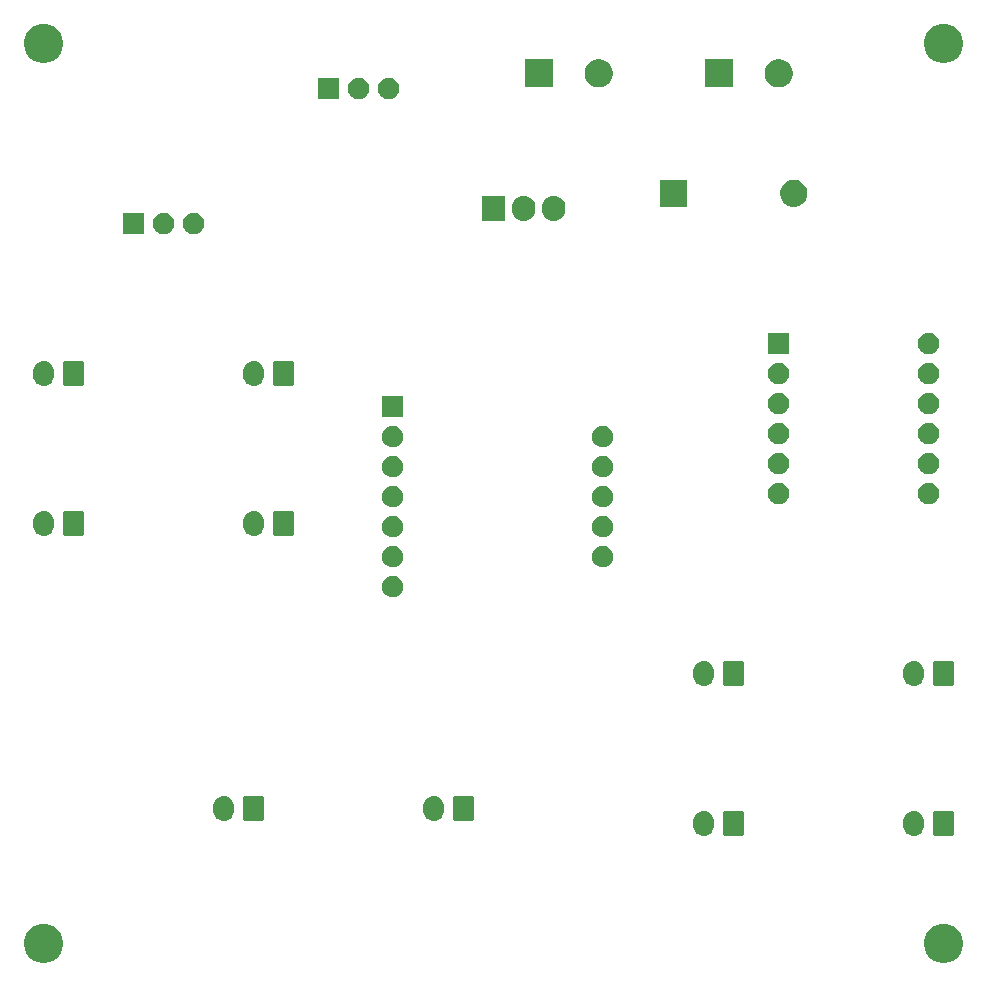
<source format=gbr>
G04 #@! TF.GenerationSoftware,KiCad,Pcbnew,(5.1.5)-3*
G04 #@! TF.CreationDate,2022-03-29T23:14:45-05:00*
G04 #@! TF.ProjectId,ThrottleReverseBrake,5468726f-7474-46c6-9552-657665727365,rev?*
G04 #@! TF.SameCoordinates,Original*
G04 #@! TF.FileFunction,Soldermask,Bot*
G04 #@! TF.FilePolarity,Negative*
%FSLAX46Y46*%
G04 Gerber Fmt 4.6, Leading zero omitted, Abs format (unit mm)*
G04 Created by KiCad (PCBNEW (5.1.5)-3) date 2022-03-29 23:14:45*
%MOMM*%
%LPD*%
G04 APERTURE LIST*
%ADD10C,0.100000*%
G04 APERTURE END LIST*
D10*
G36*
X173095256Y-125391298D02*
G01*
X173201579Y-125412447D01*
X173502042Y-125536903D01*
X173772451Y-125717585D01*
X174002415Y-125947549D01*
X174183097Y-126217958D01*
X174307553Y-126518421D01*
X174371000Y-126837391D01*
X174371000Y-127162609D01*
X174307553Y-127481579D01*
X174183097Y-127782042D01*
X174002415Y-128052451D01*
X173772451Y-128282415D01*
X173502042Y-128463097D01*
X173201579Y-128587553D01*
X173095256Y-128608702D01*
X172882611Y-128651000D01*
X172557389Y-128651000D01*
X172344744Y-128608702D01*
X172238421Y-128587553D01*
X171937958Y-128463097D01*
X171667549Y-128282415D01*
X171437585Y-128052451D01*
X171256903Y-127782042D01*
X171132447Y-127481579D01*
X171069000Y-127162609D01*
X171069000Y-126837391D01*
X171132447Y-126518421D01*
X171256903Y-126217958D01*
X171437585Y-125947549D01*
X171667549Y-125717585D01*
X171937958Y-125536903D01*
X172238421Y-125412447D01*
X172344744Y-125391298D01*
X172557389Y-125349000D01*
X172882611Y-125349000D01*
X173095256Y-125391298D01*
G37*
G36*
X96895256Y-125391298D02*
G01*
X97001579Y-125412447D01*
X97302042Y-125536903D01*
X97572451Y-125717585D01*
X97802415Y-125947549D01*
X97983097Y-126217958D01*
X98107553Y-126518421D01*
X98171000Y-126837391D01*
X98171000Y-127162609D01*
X98107553Y-127481579D01*
X97983097Y-127782042D01*
X97802415Y-128052451D01*
X97572451Y-128282415D01*
X97302042Y-128463097D01*
X97001579Y-128587553D01*
X96895256Y-128608702D01*
X96682611Y-128651000D01*
X96357389Y-128651000D01*
X96144744Y-128608702D01*
X96038421Y-128587553D01*
X95737958Y-128463097D01*
X95467549Y-128282415D01*
X95237585Y-128052451D01*
X95056903Y-127782042D01*
X94932447Y-127481579D01*
X94869000Y-127162609D01*
X94869000Y-126837391D01*
X94932447Y-126518421D01*
X95056903Y-126217958D01*
X95237585Y-125947549D01*
X95467549Y-125717585D01*
X95737958Y-125536903D01*
X96038421Y-125412447D01*
X96144744Y-125391298D01*
X96357389Y-125349000D01*
X96682611Y-125349000D01*
X96895256Y-125391298D01*
G37*
G36*
X170356627Y-115802037D02*
G01*
X170526466Y-115853557D01*
X170682991Y-115937222D01*
X170718729Y-115966552D01*
X170820186Y-116049814D01*
X170903448Y-116151271D01*
X170932778Y-116187009D01*
X171016443Y-116343534D01*
X171067963Y-116513374D01*
X171072205Y-116556442D01*
X171078993Y-116625359D01*
X171081000Y-116645743D01*
X171081000Y-117034258D01*
X171067963Y-117166627D01*
X171016443Y-117336466D01*
X170932778Y-117492991D01*
X170903448Y-117528729D01*
X170820186Y-117630186D01*
X170682989Y-117742779D01*
X170526467Y-117826442D01*
X170526465Y-117826443D01*
X170356626Y-117877963D01*
X170180000Y-117895359D01*
X170003373Y-117877963D01*
X169833534Y-117826443D01*
X169677009Y-117742778D01*
X169634750Y-117708097D01*
X169539814Y-117630186D01*
X169427221Y-117492989D01*
X169343558Y-117336467D01*
X169343557Y-117336465D01*
X169292037Y-117166626D01*
X169279000Y-117034257D01*
X169279000Y-116645742D01*
X169281008Y-116625359D01*
X169292037Y-116513375D01*
X169292037Y-116513373D01*
X169343557Y-116343534D01*
X169427222Y-116187009D01*
X169539815Y-116049815D01*
X169677010Y-115937222D01*
X169833535Y-115853557D01*
X170003374Y-115802037D01*
X170180000Y-115784641D01*
X170356627Y-115802037D01*
G37*
G36*
X152576627Y-115802037D02*
G01*
X152746466Y-115853557D01*
X152902991Y-115937222D01*
X152938729Y-115966552D01*
X153040186Y-116049814D01*
X153123448Y-116151271D01*
X153152778Y-116187009D01*
X153236443Y-116343534D01*
X153287963Y-116513374D01*
X153292205Y-116556442D01*
X153298993Y-116625359D01*
X153301000Y-116645743D01*
X153301000Y-117034258D01*
X153287963Y-117166627D01*
X153236443Y-117336466D01*
X153152778Y-117492991D01*
X153123448Y-117528729D01*
X153040186Y-117630186D01*
X152902989Y-117742779D01*
X152746467Y-117826442D01*
X152746465Y-117826443D01*
X152576626Y-117877963D01*
X152400000Y-117895359D01*
X152223373Y-117877963D01*
X152053534Y-117826443D01*
X151897009Y-117742778D01*
X151854750Y-117708097D01*
X151759814Y-117630186D01*
X151647221Y-117492989D01*
X151563558Y-117336467D01*
X151563557Y-117336465D01*
X151512037Y-117166626D01*
X151499000Y-117034257D01*
X151499000Y-116645742D01*
X151501008Y-116625359D01*
X151512037Y-116513375D01*
X151512037Y-116513373D01*
X151563557Y-116343534D01*
X151647222Y-116187009D01*
X151759815Y-116049815D01*
X151897010Y-115937222D01*
X152053535Y-115853557D01*
X152223374Y-115802037D01*
X152400000Y-115784641D01*
X152576627Y-115802037D01*
G37*
G36*
X155698600Y-115792989D02*
G01*
X155731652Y-115803015D01*
X155762103Y-115819292D01*
X155788799Y-115841201D01*
X155810708Y-115867897D01*
X155826985Y-115898348D01*
X155837011Y-115931400D01*
X155841000Y-115971903D01*
X155841000Y-117708097D01*
X155837011Y-117748600D01*
X155826985Y-117781652D01*
X155810708Y-117812103D01*
X155788799Y-117838799D01*
X155762103Y-117860708D01*
X155731652Y-117876985D01*
X155698600Y-117887011D01*
X155658097Y-117891000D01*
X154221903Y-117891000D01*
X154181400Y-117887011D01*
X154148348Y-117876985D01*
X154117897Y-117860708D01*
X154091201Y-117838799D01*
X154069292Y-117812103D01*
X154053015Y-117781652D01*
X154042989Y-117748600D01*
X154039000Y-117708097D01*
X154039000Y-115971903D01*
X154042989Y-115931400D01*
X154053015Y-115898348D01*
X154069292Y-115867897D01*
X154091201Y-115841201D01*
X154117897Y-115819292D01*
X154148348Y-115803015D01*
X154181400Y-115792989D01*
X154221903Y-115789000D01*
X155658097Y-115789000D01*
X155698600Y-115792989D01*
G37*
G36*
X173478600Y-115792989D02*
G01*
X173511652Y-115803015D01*
X173542103Y-115819292D01*
X173568799Y-115841201D01*
X173590708Y-115867897D01*
X173606985Y-115898348D01*
X173617011Y-115931400D01*
X173621000Y-115971903D01*
X173621000Y-117708097D01*
X173617011Y-117748600D01*
X173606985Y-117781652D01*
X173590708Y-117812103D01*
X173568799Y-117838799D01*
X173542103Y-117860708D01*
X173511652Y-117876985D01*
X173478600Y-117887011D01*
X173438097Y-117891000D01*
X172001903Y-117891000D01*
X171961400Y-117887011D01*
X171928348Y-117876985D01*
X171897897Y-117860708D01*
X171871201Y-117838799D01*
X171849292Y-117812103D01*
X171833015Y-117781652D01*
X171822989Y-117748600D01*
X171819000Y-117708097D01*
X171819000Y-115971903D01*
X171822989Y-115931400D01*
X171833015Y-115898348D01*
X171849292Y-115867897D01*
X171871201Y-115841201D01*
X171897897Y-115819292D01*
X171928348Y-115803015D01*
X171961400Y-115792989D01*
X172001903Y-115789000D01*
X173438097Y-115789000D01*
X173478600Y-115792989D01*
G37*
G36*
X111936627Y-114532037D02*
G01*
X112106466Y-114583557D01*
X112262991Y-114667222D01*
X112298729Y-114696552D01*
X112400186Y-114779814D01*
X112483448Y-114881271D01*
X112512778Y-114917009D01*
X112596443Y-115073534D01*
X112647963Y-115243374D01*
X112647963Y-115243376D01*
X112661000Y-115375741D01*
X112661000Y-115764260D01*
X112658563Y-115789000D01*
X112647963Y-115896627D01*
X112596443Y-116066466D01*
X112512778Y-116222991D01*
X112483448Y-116258729D01*
X112400186Y-116360186D01*
X112262989Y-116472779D01*
X112106467Y-116556442D01*
X112106465Y-116556443D01*
X111936626Y-116607963D01*
X111760000Y-116625359D01*
X111583373Y-116607963D01*
X111413534Y-116556443D01*
X111257009Y-116472778D01*
X111214750Y-116438097D01*
X111119814Y-116360186D01*
X111007221Y-116222989D01*
X110923558Y-116066467D01*
X110919776Y-116054000D01*
X110872037Y-115896626D01*
X110861437Y-115789000D01*
X110859000Y-115764259D01*
X110859000Y-115375740D01*
X110872037Y-115243375D01*
X110872037Y-115243373D01*
X110923557Y-115073534D01*
X111007222Y-114917009D01*
X111119815Y-114779815D01*
X111257010Y-114667222D01*
X111413535Y-114583557D01*
X111583374Y-114532037D01*
X111760000Y-114514641D01*
X111936627Y-114532037D01*
G37*
G36*
X129716627Y-114532037D02*
G01*
X129886466Y-114583557D01*
X130042991Y-114667222D01*
X130078729Y-114696552D01*
X130180186Y-114779814D01*
X130263448Y-114881271D01*
X130292778Y-114917009D01*
X130376443Y-115073534D01*
X130427963Y-115243374D01*
X130427963Y-115243376D01*
X130441000Y-115375741D01*
X130441000Y-115764260D01*
X130438563Y-115789000D01*
X130427963Y-115896627D01*
X130376443Y-116066466D01*
X130292778Y-116222991D01*
X130263448Y-116258729D01*
X130180186Y-116360186D01*
X130042989Y-116472779D01*
X129886467Y-116556442D01*
X129886465Y-116556443D01*
X129716626Y-116607963D01*
X129540000Y-116625359D01*
X129363373Y-116607963D01*
X129193534Y-116556443D01*
X129037009Y-116472778D01*
X128994750Y-116438097D01*
X128899814Y-116360186D01*
X128787221Y-116222989D01*
X128703558Y-116066467D01*
X128699776Y-116054000D01*
X128652037Y-115896626D01*
X128641437Y-115789000D01*
X128639000Y-115764259D01*
X128639000Y-115375740D01*
X128652037Y-115243375D01*
X128652037Y-115243373D01*
X128703557Y-115073534D01*
X128787222Y-114917009D01*
X128899815Y-114779815D01*
X129037010Y-114667222D01*
X129193535Y-114583557D01*
X129363374Y-114532037D01*
X129540000Y-114514641D01*
X129716627Y-114532037D01*
G37*
G36*
X132838600Y-114522989D02*
G01*
X132871652Y-114533015D01*
X132902103Y-114549292D01*
X132928799Y-114571201D01*
X132950708Y-114597897D01*
X132966985Y-114628348D01*
X132977011Y-114661400D01*
X132981000Y-114701903D01*
X132981000Y-116438097D01*
X132977011Y-116478600D01*
X132966985Y-116511652D01*
X132950708Y-116542103D01*
X132928799Y-116568799D01*
X132902103Y-116590708D01*
X132871652Y-116606985D01*
X132838600Y-116617011D01*
X132798097Y-116621000D01*
X131361903Y-116621000D01*
X131321400Y-116617011D01*
X131288348Y-116606985D01*
X131257897Y-116590708D01*
X131231201Y-116568799D01*
X131209292Y-116542103D01*
X131193015Y-116511652D01*
X131182989Y-116478600D01*
X131179000Y-116438097D01*
X131179000Y-114701903D01*
X131182989Y-114661400D01*
X131193015Y-114628348D01*
X131209292Y-114597897D01*
X131231201Y-114571201D01*
X131257897Y-114549292D01*
X131288348Y-114533015D01*
X131321400Y-114522989D01*
X131361903Y-114519000D01*
X132798097Y-114519000D01*
X132838600Y-114522989D01*
G37*
G36*
X115058600Y-114522989D02*
G01*
X115091652Y-114533015D01*
X115122103Y-114549292D01*
X115148799Y-114571201D01*
X115170708Y-114597897D01*
X115186985Y-114628348D01*
X115197011Y-114661400D01*
X115201000Y-114701903D01*
X115201000Y-116438097D01*
X115197011Y-116478600D01*
X115186985Y-116511652D01*
X115170708Y-116542103D01*
X115148799Y-116568799D01*
X115122103Y-116590708D01*
X115091652Y-116606985D01*
X115058600Y-116617011D01*
X115018097Y-116621000D01*
X113581903Y-116621000D01*
X113541400Y-116617011D01*
X113508348Y-116606985D01*
X113477897Y-116590708D01*
X113451201Y-116568799D01*
X113429292Y-116542103D01*
X113413015Y-116511652D01*
X113402989Y-116478600D01*
X113399000Y-116438097D01*
X113399000Y-114701903D01*
X113402989Y-114661400D01*
X113413015Y-114628348D01*
X113429292Y-114597897D01*
X113451201Y-114571201D01*
X113477897Y-114549292D01*
X113508348Y-114533015D01*
X113541400Y-114522989D01*
X113581903Y-114519000D01*
X115018097Y-114519000D01*
X115058600Y-114522989D01*
G37*
G36*
X170356627Y-103102037D02*
G01*
X170526466Y-103153557D01*
X170682991Y-103237222D01*
X170718729Y-103266552D01*
X170820186Y-103349814D01*
X170903448Y-103451271D01*
X170932778Y-103487009D01*
X171016443Y-103643534D01*
X171067963Y-103813374D01*
X171081000Y-103945743D01*
X171081000Y-104334258D01*
X171067963Y-104466627D01*
X171016443Y-104636466D01*
X170932778Y-104792991D01*
X170903448Y-104828729D01*
X170820186Y-104930186D01*
X170682989Y-105042779D01*
X170526467Y-105126442D01*
X170526465Y-105126443D01*
X170356626Y-105177963D01*
X170180000Y-105195359D01*
X170003373Y-105177963D01*
X169833534Y-105126443D01*
X169677009Y-105042778D01*
X169634750Y-105008097D01*
X169539814Y-104930186D01*
X169427221Y-104792989D01*
X169343558Y-104636467D01*
X169343557Y-104636465D01*
X169292037Y-104466626D01*
X169279000Y-104334257D01*
X169279000Y-103945742D01*
X169292037Y-103813373D01*
X169343557Y-103643534D01*
X169427222Y-103487009D01*
X169539815Y-103349815D01*
X169677010Y-103237222D01*
X169833535Y-103153557D01*
X170003374Y-103102037D01*
X170180000Y-103084641D01*
X170356627Y-103102037D01*
G37*
G36*
X152576627Y-103102037D02*
G01*
X152746466Y-103153557D01*
X152902991Y-103237222D01*
X152938729Y-103266552D01*
X153040186Y-103349814D01*
X153123448Y-103451271D01*
X153152778Y-103487009D01*
X153236443Y-103643534D01*
X153287963Y-103813374D01*
X153301000Y-103945743D01*
X153301000Y-104334258D01*
X153287963Y-104466627D01*
X153236443Y-104636466D01*
X153152778Y-104792991D01*
X153123448Y-104828729D01*
X153040186Y-104930186D01*
X152902989Y-105042779D01*
X152746467Y-105126442D01*
X152746465Y-105126443D01*
X152576626Y-105177963D01*
X152400000Y-105195359D01*
X152223373Y-105177963D01*
X152053534Y-105126443D01*
X151897009Y-105042778D01*
X151854750Y-105008097D01*
X151759814Y-104930186D01*
X151647221Y-104792989D01*
X151563558Y-104636467D01*
X151563557Y-104636465D01*
X151512037Y-104466626D01*
X151499000Y-104334257D01*
X151499000Y-103945742D01*
X151512037Y-103813373D01*
X151563557Y-103643534D01*
X151647222Y-103487009D01*
X151759815Y-103349815D01*
X151897010Y-103237222D01*
X152053535Y-103153557D01*
X152223374Y-103102037D01*
X152400000Y-103084641D01*
X152576627Y-103102037D01*
G37*
G36*
X173478600Y-103092989D02*
G01*
X173511652Y-103103015D01*
X173542103Y-103119292D01*
X173568799Y-103141201D01*
X173590708Y-103167897D01*
X173606985Y-103198348D01*
X173617011Y-103231400D01*
X173621000Y-103271903D01*
X173621000Y-105008097D01*
X173617011Y-105048600D01*
X173606985Y-105081652D01*
X173590708Y-105112103D01*
X173568799Y-105138799D01*
X173542103Y-105160708D01*
X173511652Y-105176985D01*
X173478600Y-105187011D01*
X173438097Y-105191000D01*
X172001903Y-105191000D01*
X171961400Y-105187011D01*
X171928348Y-105176985D01*
X171897897Y-105160708D01*
X171871201Y-105138799D01*
X171849292Y-105112103D01*
X171833015Y-105081652D01*
X171822989Y-105048600D01*
X171819000Y-105008097D01*
X171819000Y-103271903D01*
X171822989Y-103231400D01*
X171833015Y-103198348D01*
X171849292Y-103167897D01*
X171871201Y-103141201D01*
X171897897Y-103119292D01*
X171928348Y-103103015D01*
X171961400Y-103092989D01*
X172001903Y-103089000D01*
X173438097Y-103089000D01*
X173478600Y-103092989D01*
G37*
G36*
X155698600Y-103092989D02*
G01*
X155731652Y-103103015D01*
X155762103Y-103119292D01*
X155788799Y-103141201D01*
X155810708Y-103167897D01*
X155826985Y-103198348D01*
X155837011Y-103231400D01*
X155841000Y-103271903D01*
X155841000Y-105008097D01*
X155837011Y-105048600D01*
X155826985Y-105081652D01*
X155810708Y-105112103D01*
X155788799Y-105138799D01*
X155762103Y-105160708D01*
X155731652Y-105176985D01*
X155698600Y-105187011D01*
X155658097Y-105191000D01*
X154221903Y-105191000D01*
X154181400Y-105187011D01*
X154148348Y-105176985D01*
X154117897Y-105160708D01*
X154091201Y-105138799D01*
X154069292Y-105112103D01*
X154053015Y-105081652D01*
X154042989Y-105048600D01*
X154039000Y-105008097D01*
X154039000Y-103271903D01*
X154042989Y-103231400D01*
X154053015Y-103198348D01*
X154069292Y-103167897D01*
X154091201Y-103141201D01*
X154117897Y-103119292D01*
X154148348Y-103103015D01*
X154181400Y-103092989D01*
X154221903Y-103089000D01*
X155658097Y-103089000D01*
X155698600Y-103092989D01*
G37*
G36*
X126191492Y-95890627D02*
G01*
X126340792Y-95920324D01*
X126504764Y-95988244D01*
X126652334Y-96086847D01*
X126777833Y-96212346D01*
X126876436Y-96359916D01*
X126944356Y-96523888D01*
X126978980Y-96697959D01*
X126978980Y-96875441D01*
X126944356Y-97049512D01*
X126876436Y-97213484D01*
X126777833Y-97361054D01*
X126652334Y-97486553D01*
X126504764Y-97585156D01*
X126340792Y-97653076D01*
X126191492Y-97682773D01*
X126166722Y-97687700D01*
X125989238Y-97687700D01*
X125964468Y-97682773D01*
X125815168Y-97653076D01*
X125651196Y-97585156D01*
X125503626Y-97486553D01*
X125378127Y-97361054D01*
X125279524Y-97213484D01*
X125211604Y-97049512D01*
X125176980Y-96875441D01*
X125176980Y-96697959D01*
X125211604Y-96523888D01*
X125279524Y-96359916D01*
X125378127Y-96212346D01*
X125503626Y-96086847D01*
X125651196Y-95988244D01*
X125815168Y-95920324D01*
X125964468Y-95890627D01*
X125989238Y-95885700D01*
X126166722Y-95885700D01*
X126191492Y-95890627D01*
G37*
G36*
X143971492Y-93350627D02*
G01*
X144120792Y-93380324D01*
X144284764Y-93448244D01*
X144432334Y-93546847D01*
X144557833Y-93672346D01*
X144656436Y-93819916D01*
X144724356Y-93983888D01*
X144758980Y-94157959D01*
X144758980Y-94335441D01*
X144724356Y-94509512D01*
X144656436Y-94673484D01*
X144557833Y-94821054D01*
X144432334Y-94946553D01*
X144284764Y-95045156D01*
X144120792Y-95113076D01*
X143971492Y-95142773D01*
X143946722Y-95147700D01*
X143769238Y-95147700D01*
X143744468Y-95142773D01*
X143595168Y-95113076D01*
X143431196Y-95045156D01*
X143283626Y-94946553D01*
X143158127Y-94821054D01*
X143059524Y-94673484D01*
X142991604Y-94509512D01*
X142956980Y-94335441D01*
X142956980Y-94157959D01*
X142991604Y-93983888D01*
X143059524Y-93819916D01*
X143158127Y-93672346D01*
X143283626Y-93546847D01*
X143431196Y-93448244D01*
X143595168Y-93380324D01*
X143744468Y-93350627D01*
X143769238Y-93345700D01*
X143946722Y-93345700D01*
X143971492Y-93350627D01*
G37*
G36*
X126191492Y-93350627D02*
G01*
X126340792Y-93380324D01*
X126504764Y-93448244D01*
X126652334Y-93546847D01*
X126777833Y-93672346D01*
X126876436Y-93819916D01*
X126944356Y-93983888D01*
X126978980Y-94157959D01*
X126978980Y-94335441D01*
X126944356Y-94509512D01*
X126876436Y-94673484D01*
X126777833Y-94821054D01*
X126652334Y-94946553D01*
X126504764Y-95045156D01*
X126340792Y-95113076D01*
X126191492Y-95142773D01*
X126166722Y-95147700D01*
X125989238Y-95147700D01*
X125964468Y-95142773D01*
X125815168Y-95113076D01*
X125651196Y-95045156D01*
X125503626Y-94946553D01*
X125378127Y-94821054D01*
X125279524Y-94673484D01*
X125211604Y-94509512D01*
X125176980Y-94335441D01*
X125176980Y-94157959D01*
X125211604Y-93983888D01*
X125279524Y-93819916D01*
X125378127Y-93672346D01*
X125503626Y-93546847D01*
X125651196Y-93448244D01*
X125815168Y-93380324D01*
X125964468Y-93350627D01*
X125989238Y-93345700D01*
X126166722Y-93345700D01*
X126191492Y-93350627D01*
G37*
G36*
X143971492Y-90810627D02*
G01*
X144120792Y-90840324D01*
X144284764Y-90908244D01*
X144432334Y-91006847D01*
X144557833Y-91132346D01*
X144656436Y-91279916D01*
X144724356Y-91443888D01*
X144758980Y-91617959D01*
X144758980Y-91795441D01*
X144724356Y-91969512D01*
X144656436Y-92133484D01*
X144557833Y-92281054D01*
X144432334Y-92406553D01*
X144284764Y-92505156D01*
X144120792Y-92573076D01*
X143971492Y-92602773D01*
X143946722Y-92607700D01*
X143769238Y-92607700D01*
X143744468Y-92602773D01*
X143595168Y-92573076D01*
X143431196Y-92505156D01*
X143283626Y-92406553D01*
X143158127Y-92281054D01*
X143059524Y-92133484D01*
X142991604Y-91969512D01*
X142956980Y-91795441D01*
X142956980Y-91617959D01*
X142991604Y-91443888D01*
X143059524Y-91279916D01*
X143158127Y-91132346D01*
X143283626Y-91006847D01*
X143431196Y-90908244D01*
X143595168Y-90840324D01*
X143744468Y-90810627D01*
X143769238Y-90805700D01*
X143946722Y-90805700D01*
X143971492Y-90810627D01*
G37*
G36*
X126191492Y-90810627D02*
G01*
X126340792Y-90840324D01*
X126504764Y-90908244D01*
X126652334Y-91006847D01*
X126777833Y-91132346D01*
X126876436Y-91279916D01*
X126944356Y-91443888D01*
X126978980Y-91617959D01*
X126978980Y-91795441D01*
X126944356Y-91969512D01*
X126876436Y-92133484D01*
X126777833Y-92281054D01*
X126652334Y-92406553D01*
X126504764Y-92505156D01*
X126340792Y-92573076D01*
X126191492Y-92602773D01*
X126166722Y-92607700D01*
X125989238Y-92607700D01*
X125964468Y-92602773D01*
X125815168Y-92573076D01*
X125651196Y-92505156D01*
X125503626Y-92406553D01*
X125378127Y-92281054D01*
X125279524Y-92133484D01*
X125211604Y-91969512D01*
X125176980Y-91795441D01*
X125176980Y-91617959D01*
X125211604Y-91443888D01*
X125279524Y-91279916D01*
X125378127Y-91132346D01*
X125503626Y-91006847D01*
X125651196Y-90908244D01*
X125815168Y-90840324D01*
X125964468Y-90810627D01*
X125989238Y-90805700D01*
X126166722Y-90805700D01*
X126191492Y-90810627D01*
G37*
G36*
X96696627Y-90402037D02*
G01*
X96866466Y-90453557D01*
X97022991Y-90537222D01*
X97058729Y-90566552D01*
X97160186Y-90649814D01*
X97243448Y-90751271D01*
X97272778Y-90787009D01*
X97356443Y-90943534D01*
X97407963Y-91113374D01*
X97421000Y-91245743D01*
X97421000Y-91634258D01*
X97407963Y-91766627D01*
X97356443Y-91936466D01*
X97272778Y-92092991D01*
X97243448Y-92128729D01*
X97160186Y-92230186D01*
X97022989Y-92342779D01*
X96866467Y-92426442D01*
X96866465Y-92426443D01*
X96696626Y-92477963D01*
X96520000Y-92495359D01*
X96343373Y-92477963D01*
X96173534Y-92426443D01*
X96017009Y-92342778D01*
X95974750Y-92308097D01*
X95879814Y-92230186D01*
X95767221Y-92092989D01*
X95683558Y-91936467D01*
X95683557Y-91936465D01*
X95632037Y-91766626D01*
X95619000Y-91634257D01*
X95619000Y-91245742D01*
X95632037Y-91113373D01*
X95683557Y-90943534D01*
X95767222Y-90787009D01*
X95879815Y-90649815D01*
X96017010Y-90537222D01*
X96173535Y-90453557D01*
X96343374Y-90402037D01*
X96520000Y-90384641D01*
X96696627Y-90402037D01*
G37*
G36*
X114476627Y-90402037D02*
G01*
X114646466Y-90453557D01*
X114802991Y-90537222D01*
X114838729Y-90566552D01*
X114940186Y-90649814D01*
X115023448Y-90751271D01*
X115052778Y-90787009D01*
X115136443Y-90943534D01*
X115187963Y-91113374D01*
X115201000Y-91245743D01*
X115201000Y-91634258D01*
X115187963Y-91766627D01*
X115136443Y-91936466D01*
X115052778Y-92092991D01*
X115023448Y-92128729D01*
X114940186Y-92230186D01*
X114802989Y-92342779D01*
X114646467Y-92426442D01*
X114646465Y-92426443D01*
X114476626Y-92477963D01*
X114300000Y-92495359D01*
X114123373Y-92477963D01*
X113953534Y-92426443D01*
X113797009Y-92342778D01*
X113754750Y-92308097D01*
X113659814Y-92230186D01*
X113547221Y-92092989D01*
X113463558Y-91936467D01*
X113463557Y-91936465D01*
X113412037Y-91766626D01*
X113399000Y-91634257D01*
X113399000Y-91245742D01*
X113412037Y-91113373D01*
X113463557Y-90943534D01*
X113547222Y-90787009D01*
X113659815Y-90649815D01*
X113797010Y-90537222D01*
X113953535Y-90453557D01*
X114123374Y-90402037D01*
X114300000Y-90384641D01*
X114476627Y-90402037D01*
G37*
G36*
X99818600Y-90392989D02*
G01*
X99851652Y-90403015D01*
X99882103Y-90419292D01*
X99908799Y-90441201D01*
X99930708Y-90467897D01*
X99946985Y-90498348D01*
X99957011Y-90531400D01*
X99961000Y-90571903D01*
X99961000Y-92308097D01*
X99957011Y-92348600D01*
X99946985Y-92381652D01*
X99930708Y-92412103D01*
X99908799Y-92438799D01*
X99882103Y-92460708D01*
X99851652Y-92476985D01*
X99818600Y-92487011D01*
X99778097Y-92491000D01*
X98341903Y-92491000D01*
X98301400Y-92487011D01*
X98268348Y-92476985D01*
X98237897Y-92460708D01*
X98211201Y-92438799D01*
X98189292Y-92412103D01*
X98173015Y-92381652D01*
X98162989Y-92348600D01*
X98159000Y-92308097D01*
X98159000Y-90571903D01*
X98162989Y-90531400D01*
X98173015Y-90498348D01*
X98189292Y-90467897D01*
X98211201Y-90441201D01*
X98237897Y-90419292D01*
X98268348Y-90403015D01*
X98301400Y-90392989D01*
X98341903Y-90389000D01*
X99778097Y-90389000D01*
X99818600Y-90392989D01*
G37*
G36*
X117598600Y-90392989D02*
G01*
X117631652Y-90403015D01*
X117662103Y-90419292D01*
X117688799Y-90441201D01*
X117710708Y-90467897D01*
X117726985Y-90498348D01*
X117737011Y-90531400D01*
X117741000Y-90571903D01*
X117741000Y-92308097D01*
X117737011Y-92348600D01*
X117726985Y-92381652D01*
X117710708Y-92412103D01*
X117688799Y-92438799D01*
X117662103Y-92460708D01*
X117631652Y-92476985D01*
X117598600Y-92487011D01*
X117558097Y-92491000D01*
X116121903Y-92491000D01*
X116081400Y-92487011D01*
X116048348Y-92476985D01*
X116017897Y-92460708D01*
X115991201Y-92438799D01*
X115969292Y-92412103D01*
X115953015Y-92381652D01*
X115942989Y-92348600D01*
X115939000Y-92308097D01*
X115939000Y-90571903D01*
X115942989Y-90531400D01*
X115953015Y-90498348D01*
X115969292Y-90467897D01*
X115991201Y-90441201D01*
X116017897Y-90419292D01*
X116048348Y-90403015D01*
X116081400Y-90392989D01*
X116121903Y-90389000D01*
X117558097Y-90389000D01*
X117598600Y-90392989D01*
G37*
G36*
X126191492Y-88270627D02*
G01*
X126340792Y-88300324D01*
X126504764Y-88368244D01*
X126652334Y-88466847D01*
X126777833Y-88592346D01*
X126876436Y-88739916D01*
X126944356Y-88903888D01*
X126978980Y-89077959D01*
X126978980Y-89255441D01*
X126944356Y-89429512D01*
X126876436Y-89593484D01*
X126777833Y-89741054D01*
X126652334Y-89866553D01*
X126504764Y-89965156D01*
X126340792Y-90033076D01*
X126191492Y-90062773D01*
X126166722Y-90067700D01*
X125989238Y-90067700D01*
X125964468Y-90062773D01*
X125815168Y-90033076D01*
X125651196Y-89965156D01*
X125503626Y-89866553D01*
X125378127Y-89741054D01*
X125279524Y-89593484D01*
X125211604Y-89429512D01*
X125176980Y-89255441D01*
X125176980Y-89077959D01*
X125211604Y-88903888D01*
X125279524Y-88739916D01*
X125378127Y-88592346D01*
X125503626Y-88466847D01*
X125651196Y-88368244D01*
X125815168Y-88300324D01*
X125964468Y-88270627D01*
X125989238Y-88265700D01*
X126166722Y-88265700D01*
X126191492Y-88270627D01*
G37*
G36*
X143971492Y-88270627D02*
G01*
X144120792Y-88300324D01*
X144284764Y-88368244D01*
X144432334Y-88466847D01*
X144557833Y-88592346D01*
X144656436Y-88739916D01*
X144724356Y-88903888D01*
X144758980Y-89077959D01*
X144758980Y-89255441D01*
X144724356Y-89429512D01*
X144656436Y-89593484D01*
X144557833Y-89741054D01*
X144432334Y-89866553D01*
X144284764Y-89965156D01*
X144120792Y-90033076D01*
X143971492Y-90062773D01*
X143946722Y-90067700D01*
X143769238Y-90067700D01*
X143744468Y-90062773D01*
X143595168Y-90033076D01*
X143431196Y-89965156D01*
X143283626Y-89866553D01*
X143158127Y-89741054D01*
X143059524Y-89593484D01*
X142991604Y-89429512D01*
X142956980Y-89255441D01*
X142956980Y-89077959D01*
X142991604Y-88903888D01*
X143059524Y-88739916D01*
X143158127Y-88592346D01*
X143283626Y-88466847D01*
X143431196Y-88368244D01*
X143595168Y-88300324D01*
X143744468Y-88270627D01*
X143769238Y-88265700D01*
X143946722Y-88265700D01*
X143971492Y-88270627D01*
G37*
G36*
X158863512Y-88003927D02*
G01*
X159012812Y-88033624D01*
X159176784Y-88101544D01*
X159324354Y-88200147D01*
X159449853Y-88325646D01*
X159548456Y-88473216D01*
X159616376Y-88637188D01*
X159651000Y-88811259D01*
X159651000Y-88988741D01*
X159616376Y-89162812D01*
X159548456Y-89326784D01*
X159449853Y-89474354D01*
X159324354Y-89599853D01*
X159176784Y-89698456D01*
X159012812Y-89766376D01*
X158863512Y-89796073D01*
X158838742Y-89801000D01*
X158661258Y-89801000D01*
X158636488Y-89796073D01*
X158487188Y-89766376D01*
X158323216Y-89698456D01*
X158175646Y-89599853D01*
X158050147Y-89474354D01*
X157951544Y-89326784D01*
X157883624Y-89162812D01*
X157849000Y-88988741D01*
X157849000Y-88811259D01*
X157883624Y-88637188D01*
X157951544Y-88473216D01*
X158050147Y-88325646D01*
X158175646Y-88200147D01*
X158323216Y-88101544D01*
X158487188Y-88033624D01*
X158636488Y-88003927D01*
X158661258Y-87999000D01*
X158838742Y-87999000D01*
X158863512Y-88003927D01*
G37*
G36*
X171563512Y-88003927D02*
G01*
X171712812Y-88033624D01*
X171876784Y-88101544D01*
X172024354Y-88200147D01*
X172149853Y-88325646D01*
X172248456Y-88473216D01*
X172316376Y-88637188D01*
X172351000Y-88811259D01*
X172351000Y-88988741D01*
X172316376Y-89162812D01*
X172248456Y-89326784D01*
X172149853Y-89474354D01*
X172024354Y-89599853D01*
X171876784Y-89698456D01*
X171712812Y-89766376D01*
X171563512Y-89796073D01*
X171538742Y-89801000D01*
X171361258Y-89801000D01*
X171336488Y-89796073D01*
X171187188Y-89766376D01*
X171023216Y-89698456D01*
X170875646Y-89599853D01*
X170750147Y-89474354D01*
X170651544Y-89326784D01*
X170583624Y-89162812D01*
X170549000Y-88988741D01*
X170549000Y-88811259D01*
X170583624Y-88637188D01*
X170651544Y-88473216D01*
X170750147Y-88325646D01*
X170875646Y-88200147D01*
X171023216Y-88101544D01*
X171187188Y-88033624D01*
X171336488Y-88003927D01*
X171361258Y-87999000D01*
X171538742Y-87999000D01*
X171563512Y-88003927D01*
G37*
G36*
X126191492Y-85730627D02*
G01*
X126340792Y-85760324D01*
X126504764Y-85828244D01*
X126652334Y-85926847D01*
X126777833Y-86052346D01*
X126876436Y-86199916D01*
X126944356Y-86363888D01*
X126978980Y-86537959D01*
X126978980Y-86715441D01*
X126944356Y-86889512D01*
X126876436Y-87053484D01*
X126777833Y-87201054D01*
X126652334Y-87326553D01*
X126504764Y-87425156D01*
X126340792Y-87493076D01*
X126191492Y-87522773D01*
X126166722Y-87527700D01*
X125989238Y-87527700D01*
X125964468Y-87522773D01*
X125815168Y-87493076D01*
X125651196Y-87425156D01*
X125503626Y-87326553D01*
X125378127Y-87201054D01*
X125279524Y-87053484D01*
X125211604Y-86889512D01*
X125176980Y-86715441D01*
X125176980Y-86537959D01*
X125211604Y-86363888D01*
X125279524Y-86199916D01*
X125378127Y-86052346D01*
X125503626Y-85926847D01*
X125651196Y-85828244D01*
X125815168Y-85760324D01*
X125964468Y-85730627D01*
X125989238Y-85725700D01*
X126166722Y-85725700D01*
X126191492Y-85730627D01*
G37*
G36*
X143971492Y-85730627D02*
G01*
X144120792Y-85760324D01*
X144284764Y-85828244D01*
X144432334Y-85926847D01*
X144557833Y-86052346D01*
X144656436Y-86199916D01*
X144724356Y-86363888D01*
X144758980Y-86537959D01*
X144758980Y-86715441D01*
X144724356Y-86889512D01*
X144656436Y-87053484D01*
X144557833Y-87201054D01*
X144432334Y-87326553D01*
X144284764Y-87425156D01*
X144120792Y-87493076D01*
X143971492Y-87522773D01*
X143946722Y-87527700D01*
X143769238Y-87527700D01*
X143744468Y-87522773D01*
X143595168Y-87493076D01*
X143431196Y-87425156D01*
X143283626Y-87326553D01*
X143158127Y-87201054D01*
X143059524Y-87053484D01*
X142991604Y-86889512D01*
X142956980Y-86715441D01*
X142956980Y-86537959D01*
X142991604Y-86363888D01*
X143059524Y-86199916D01*
X143158127Y-86052346D01*
X143283626Y-85926847D01*
X143431196Y-85828244D01*
X143595168Y-85760324D01*
X143744468Y-85730627D01*
X143769238Y-85725700D01*
X143946722Y-85725700D01*
X143971492Y-85730627D01*
G37*
G36*
X171563512Y-85463927D02*
G01*
X171712812Y-85493624D01*
X171876784Y-85561544D01*
X172024354Y-85660147D01*
X172149853Y-85785646D01*
X172248456Y-85933216D01*
X172316376Y-86097188D01*
X172351000Y-86271259D01*
X172351000Y-86448741D01*
X172316376Y-86622812D01*
X172248456Y-86786784D01*
X172149853Y-86934354D01*
X172024354Y-87059853D01*
X171876784Y-87158456D01*
X171712812Y-87226376D01*
X171563512Y-87256073D01*
X171538742Y-87261000D01*
X171361258Y-87261000D01*
X171336488Y-87256073D01*
X171187188Y-87226376D01*
X171023216Y-87158456D01*
X170875646Y-87059853D01*
X170750147Y-86934354D01*
X170651544Y-86786784D01*
X170583624Y-86622812D01*
X170549000Y-86448741D01*
X170549000Y-86271259D01*
X170583624Y-86097188D01*
X170651544Y-85933216D01*
X170750147Y-85785646D01*
X170875646Y-85660147D01*
X171023216Y-85561544D01*
X171187188Y-85493624D01*
X171336488Y-85463927D01*
X171361258Y-85459000D01*
X171538742Y-85459000D01*
X171563512Y-85463927D01*
G37*
G36*
X158863512Y-85463927D02*
G01*
X159012812Y-85493624D01*
X159176784Y-85561544D01*
X159324354Y-85660147D01*
X159449853Y-85785646D01*
X159548456Y-85933216D01*
X159616376Y-86097188D01*
X159651000Y-86271259D01*
X159651000Y-86448741D01*
X159616376Y-86622812D01*
X159548456Y-86786784D01*
X159449853Y-86934354D01*
X159324354Y-87059853D01*
X159176784Y-87158456D01*
X159012812Y-87226376D01*
X158863512Y-87256073D01*
X158838742Y-87261000D01*
X158661258Y-87261000D01*
X158636488Y-87256073D01*
X158487188Y-87226376D01*
X158323216Y-87158456D01*
X158175646Y-87059853D01*
X158050147Y-86934354D01*
X157951544Y-86786784D01*
X157883624Y-86622812D01*
X157849000Y-86448741D01*
X157849000Y-86271259D01*
X157883624Y-86097188D01*
X157951544Y-85933216D01*
X158050147Y-85785646D01*
X158175646Y-85660147D01*
X158323216Y-85561544D01*
X158487188Y-85493624D01*
X158636488Y-85463927D01*
X158661258Y-85459000D01*
X158838742Y-85459000D01*
X158863512Y-85463927D01*
G37*
G36*
X126191492Y-83190627D02*
G01*
X126340792Y-83220324D01*
X126504764Y-83288244D01*
X126652334Y-83386847D01*
X126777833Y-83512346D01*
X126876436Y-83659916D01*
X126944356Y-83823888D01*
X126978980Y-83997959D01*
X126978980Y-84175441D01*
X126944356Y-84349512D01*
X126876436Y-84513484D01*
X126777833Y-84661054D01*
X126652334Y-84786553D01*
X126504764Y-84885156D01*
X126340792Y-84953076D01*
X126191492Y-84982773D01*
X126166722Y-84987700D01*
X125989238Y-84987700D01*
X125964468Y-84982773D01*
X125815168Y-84953076D01*
X125651196Y-84885156D01*
X125503626Y-84786553D01*
X125378127Y-84661054D01*
X125279524Y-84513484D01*
X125211604Y-84349512D01*
X125176980Y-84175441D01*
X125176980Y-83997959D01*
X125211604Y-83823888D01*
X125279524Y-83659916D01*
X125378127Y-83512346D01*
X125503626Y-83386847D01*
X125651196Y-83288244D01*
X125815168Y-83220324D01*
X125964468Y-83190627D01*
X125989238Y-83185700D01*
X126166722Y-83185700D01*
X126191492Y-83190627D01*
G37*
G36*
X143971492Y-83190627D02*
G01*
X144120792Y-83220324D01*
X144284764Y-83288244D01*
X144432334Y-83386847D01*
X144557833Y-83512346D01*
X144656436Y-83659916D01*
X144724356Y-83823888D01*
X144758980Y-83997959D01*
X144758980Y-84175441D01*
X144724356Y-84349512D01*
X144656436Y-84513484D01*
X144557833Y-84661054D01*
X144432334Y-84786553D01*
X144284764Y-84885156D01*
X144120792Y-84953076D01*
X143971492Y-84982773D01*
X143946722Y-84987700D01*
X143769238Y-84987700D01*
X143744468Y-84982773D01*
X143595168Y-84953076D01*
X143431196Y-84885156D01*
X143283626Y-84786553D01*
X143158127Y-84661054D01*
X143059524Y-84513484D01*
X142991604Y-84349512D01*
X142956980Y-84175441D01*
X142956980Y-83997959D01*
X142991604Y-83823888D01*
X143059524Y-83659916D01*
X143158127Y-83512346D01*
X143283626Y-83386847D01*
X143431196Y-83288244D01*
X143595168Y-83220324D01*
X143744468Y-83190627D01*
X143769238Y-83185700D01*
X143946722Y-83185700D01*
X143971492Y-83190627D01*
G37*
G36*
X158863512Y-82923927D02*
G01*
X159012812Y-82953624D01*
X159176784Y-83021544D01*
X159324354Y-83120147D01*
X159449853Y-83245646D01*
X159548456Y-83393216D01*
X159616376Y-83557188D01*
X159651000Y-83731259D01*
X159651000Y-83908741D01*
X159616376Y-84082812D01*
X159548456Y-84246784D01*
X159449853Y-84394354D01*
X159324354Y-84519853D01*
X159176784Y-84618456D01*
X159012812Y-84686376D01*
X158863512Y-84716073D01*
X158838742Y-84721000D01*
X158661258Y-84721000D01*
X158636488Y-84716073D01*
X158487188Y-84686376D01*
X158323216Y-84618456D01*
X158175646Y-84519853D01*
X158050147Y-84394354D01*
X157951544Y-84246784D01*
X157883624Y-84082812D01*
X157849000Y-83908741D01*
X157849000Y-83731259D01*
X157883624Y-83557188D01*
X157951544Y-83393216D01*
X158050147Y-83245646D01*
X158175646Y-83120147D01*
X158323216Y-83021544D01*
X158487188Y-82953624D01*
X158636488Y-82923927D01*
X158661258Y-82919000D01*
X158838742Y-82919000D01*
X158863512Y-82923927D01*
G37*
G36*
X171563512Y-82923927D02*
G01*
X171712812Y-82953624D01*
X171876784Y-83021544D01*
X172024354Y-83120147D01*
X172149853Y-83245646D01*
X172248456Y-83393216D01*
X172316376Y-83557188D01*
X172351000Y-83731259D01*
X172351000Y-83908741D01*
X172316376Y-84082812D01*
X172248456Y-84246784D01*
X172149853Y-84394354D01*
X172024354Y-84519853D01*
X171876784Y-84618456D01*
X171712812Y-84686376D01*
X171563512Y-84716073D01*
X171538742Y-84721000D01*
X171361258Y-84721000D01*
X171336488Y-84716073D01*
X171187188Y-84686376D01*
X171023216Y-84618456D01*
X170875646Y-84519853D01*
X170750147Y-84394354D01*
X170651544Y-84246784D01*
X170583624Y-84082812D01*
X170549000Y-83908741D01*
X170549000Y-83731259D01*
X170583624Y-83557188D01*
X170651544Y-83393216D01*
X170750147Y-83245646D01*
X170875646Y-83120147D01*
X171023216Y-83021544D01*
X171187188Y-82953624D01*
X171336488Y-82923927D01*
X171361258Y-82919000D01*
X171538742Y-82919000D01*
X171563512Y-82923927D01*
G37*
G36*
X126978980Y-82447700D02*
G01*
X125176980Y-82447700D01*
X125176980Y-80645700D01*
X126978980Y-80645700D01*
X126978980Y-82447700D01*
G37*
G36*
X158863512Y-80383927D02*
G01*
X159012812Y-80413624D01*
X159176784Y-80481544D01*
X159324354Y-80580147D01*
X159449853Y-80705646D01*
X159548456Y-80853216D01*
X159616376Y-81017188D01*
X159651000Y-81191259D01*
X159651000Y-81368741D01*
X159616376Y-81542812D01*
X159548456Y-81706784D01*
X159449853Y-81854354D01*
X159324354Y-81979853D01*
X159176784Y-82078456D01*
X159012812Y-82146376D01*
X158863512Y-82176073D01*
X158838742Y-82181000D01*
X158661258Y-82181000D01*
X158636488Y-82176073D01*
X158487188Y-82146376D01*
X158323216Y-82078456D01*
X158175646Y-81979853D01*
X158050147Y-81854354D01*
X157951544Y-81706784D01*
X157883624Y-81542812D01*
X157849000Y-81368741D01*
X157849000Y-81191259D01*
X157883624Y-81017188D01*
X157951544Y-80853216D01*
X158050147Y-80705646D01*
X158175646Y-80580147D01*
X158323216Y-80481544D01*
X158487188Y-80413624D01*
X158636488Y-80383927D01*
X158661258Y-80379000D01*
X158838742Y-80379000D01*
X158863512Y-80383927D01*
G37*
G36*
X171563512Y-80383927D02*
G01*
X171712812Y-80413624D01*
X171876784Y-80481544D01*
X172024354Y-80580147D01*
X172149853Y-80705646D01*
X172248456Y-80853216D01*
X172316376Y-81017188D01*
X172351000Y-81191259D01*
X172351000Y-81368741D01*
X172316376Y-81542812D01*
X172248456Y-81706784D01*
X172149853Y-81854354D01*
X172024354Y-81979853D01*
X171876784Y-82078456D01*
X171712812Y-82146376D01*
X171563512Y-82176073D01*
X171538742Y-82181000D01*
X171361258Y-82181000D01*
X171336488Y-82176073D01*
X171187188Y-82146376D01*
X171023216Y-82078456D01*
X170875646Y-81979853D01*
X170750147Y-81854354D01*
X170651544Y-81706784D01*
X170583624Y-81542812D01*
X170549000Y-81368741D01*
X170549000Y-81191259D01*
X170583624Y-81017188D01*
X170651544Y-80853216D01*
X170750147Y-80705646D01*
X170875646Y-80580147D01*
X171023216Y-80481544D01*
X171187188Y-80413624D01*
X171336488Y-80383927D01*
X171361258Y-80379000D01*
X171538742Y-80379000D01*
X171563512Y-80383927D01*
G37*
G36*
X114476627Y-77702037D02*
G01*
X114646466Y-77753557D01*
X114802991Y-77837222D01*
X114838729Y-77866552D01*
X114940186Y-77949814D01*
X115014319Y-78040147D01*
X115052778Y-78087009D01*
X115136443Y-78243534D01*
X115187963Y-78413374D01*
X115201000Y-78545743D01*
X115201000Y-78934258D01*
X115187963Y-79066627D01*
X115136443Y-79236466D01*
X115052778Y-79392991D01*
X115023448Y-79428729D01*
X114940186Y-79530186D01*
X114802989Y-79642779D01*
X114646467Y-79726442D01*
X114646465Y-79726443D01*
X114476626Y-79777963D01*
X114300000Y-79795359D01*
X114123373Y-79777963D01*
X113953534Y-79726443D01*
X113797009Y-79642778D01*
X113752652Y-79606375D01*
X113659814Y-79530186D01*
X113547221Y-79392989D01*
X113463558Y-79236467D01*
X113442419Y-79166782D01*
X113412037Y-79066626D01*
X113399000Y-78934257D01*
X113399000Y-78545742D01*
X113412037Y-78413373D01*
X113463557Y-78243534D01*
X113547222Y-78087009D01*
X113659815Y-77949815D01*
X113797010Y-77837222D01*
X113953535Y-77753557D01*
X114123374Y-77702037D01*
X114300000Y-77684641D01*
X114476627Y-77702037D01*
G37*
G36*
X96696627Y-77702037D02*
G01*
X96866466Y-77753557D01*
X97022991Y-77837222D01*
X97058729Y-77866552D01*
X97160186Y-77949814D01*
X97234319Y-78040147D01*
X97272778Y-78087009D01*
X97356443Y-78243534D01*
X97407963Y-78413374D01*
X97421000Y-78545743D01*
X97421000Y-78934258D01*
X97407963Y-79066627D01*
X97356443Y-79236466D01*
X97272778Y-79392991D01*
X97243448Y-79428729D01*
X97160186Y-79530186D01*
X97022989Y-79642779D01*
X96866467Y-79726442D01*
X96866465Y-79726443D01*
X96696626Y-79777963D01*
X96520000Y-79795359D01*
X96343373Y-79777963D01*
X96173534Y-79726443D01*
X96017009Y-79642778D01*
X95972652Y-79606375D01*
X95879814Y-79530186D01*
X95767221Y-79392989D01*
X95683558Y-79236467D01*
X95662419Y-79166782D01*
X95632037Y-79066626D01*
X95619000Y-78934257D01*
X95619000Y-78545742D01*
X95632037Y-78413373D01*
X95683557Y-78243534D01*
X95767222Y-78087009D01*
X95879815Y-77949815D01*
X96017010Y-77837222D01*
X96173535Y-77753557D01*
X96343374Y-77702037D01*
X96520000Y-77684641D01*
X96696627Y-77702037D01*
G37*
G36*
X99818600Y-77692989D02*
G01*
X99851652Y-77703015D01*
X99882103Y-77719292D01*
X99908799Y-77741201D01*
X99930708Y-77767897D01*
X99946985Y-77798348D01*
X99957011Y-77831400D01*
X99961000Y-77871903D01*
X99961000Y-79608097D01*
X99957011Y-79648600D01*
X99946985Y-79681652D01*
X99930708Y-79712103D01*
X99908799Y-79738799D01*
X99882103Y-79760708D01*
X99851652Y-79776985D01*
X99818600Y-79787011D01*
X99778097Y-79791000D01*
X98341903Y-79791000D01*
X98301400Y-79787011D01*
X98268348Y-79776985D01*
X98237897Y-79760708D01*
X98211201Y-79738799D01*
X98189292Y-79712103D01*
X98173015Y-79681652D01*
X98162989Y-79648600D01*
X98159000Y-79608097D01*
X98159000Y-77871903D01*
X98162989Y-77831400D01*
X98173015Y-77798348D01*
X98189292Y-77767897D01*
X98211201Y-77741201D01*
X98237897Y-77719292D01*
X98268348Y-77703015D01*
X98301400Y-77692989D01*
X98341903Y-77689000D01*
X99778097Y-77689000D01*
X99818600Y-77692989D01*
G37*
G36*
X117598600Y-77692989D02*
G01*
X117631652Y-77703015D01*
X117662103Y-77719292D01*
X117688799Y-77741201D01*
X117710708Y-77767897D01*
X117726985Y-77798348D01*
X117737011Y-77831400D01*
X117741000Y-77871903D01*
X117741000Y-79608097D01*
X117737011Y-79648600D01*
X117726985Y-79681652D01*
X117710708Y-79712103D01*
X117688799Y-79738799D01*
X117662103Y-79760708D01*
X117631652Y-79776985D01*
X117598600Y-79787011D01*
X117558097Y-79791000D01*
X116121903Y-79791000D01*
X116081400Y-79787011D01*
X116048348Y-79776985D01*
X116017897Y-79760708D01*
X115991201Y-79738799D01*
X115969292Y-79712103D01*
X115953015Y-79681652D01*
X115942989Y-79648600D01*
X115939000Y-79608097D01*
X115939000Y-77871903D01*
X115942989Y-77831400D01*
X115953015Y-77798348D01*
X115969292Y-77767897D01*
X115991201Y-77741201D01*
X116017897Y-77719292D01*
X116048348Y-77703015D01*
X116081400Y-77692989D01*
X116121903Y-77689000D01*
X117558097Y-77689000D01*
X117598600Y-77692989D01*
G37*
G36*
X171563512Y-77843927D02*
G01*
X171712812Y-77873624D01*
X171876784Y-77941544D01*
X172024354Y-78040147D01*
X172149853Y-78165646D01*
X172248456Y-78313216D01*
X172316376Y-78477188D01*
X172351000Y-78651259D01*
X172351000Y-78828741D01*
X172316376Y-79002812D01*
X172248456Y-79166784D01*
X172149853Y-79314354D01*
X172024354Y-79439853D01*
X171876784Y-79538456D01*
X171712812Y-79606376D01*
X171563512Y-79636073D01*
X171538742Y-79641000D01*
X171361258Y-79641000D01*
X171336488Y-79636073D01*
X171187188Y-79606376D01*
X171023216Y-79538456D01*
X170875646Y-79439853D01*
X170750147Y-79314354D01*
X170651544Y-79166784D01*
X170583624Y-79002812D01*
X170549000Y-78828741D01*
X170549000Y-78651259D01*
X170583624Y-78477188D01*
X170651544Y-78313216D01*
X170750147Y-78165646D01*
X170875646Y-78040147D01*
X171023216Y-77941544D01*
X171187188Y-77873624D01*
X171336488Y-77843927D01*
X171361258Y-77839000D01*
X171538742Y-77839000D01*
X171563512Y-77843927D01*
G37*
G36*
X158863512Y-77843927D02*
G01*
X159012812Y-77873624D01*
X159176784Y-77941544D01*
X159324354Y-78040147D01*
X159449853Y-78165646D01*
X159548456Y-78313216D01*
X159616376Y-78477188D01*
X159651000Y-78651259D01*
X159651000Y-78828741D01*
X159616376Y-79002812D01*
X159548456Y-79166784D01*
X159449853Y-79314354D01*
X159324354Y-79439853D01*
X159176784Y-79538456D01*
X159012812Y-79606376D01*
X158863512Y-79636073D01*
X158838742Y-79641000D01*
X158661258Y-79641000D01*
X158636488Y-79636073D01*
X158487188Y-79606376D01*
X158323216Y-79538456D01*
X158175646Y-79439853D01*
X158050147Y-79314354D01*
X157951544Y-79166784D01*
X157883624Y-79002812D01*
X157849000Y-78828741D01*
X157849000Y-78651259D01*
X157883624Y-78477188D01*
X157951544Y-78313216D01*
X158050147Y-78165646D01*
X158175646Y-78040147D01*
X158323216Y-77941544D01*
X158487188Y-77873624D01*
X158636488Y-77843927D01*
X158661258Y-77839000D01*
X158838742Y-77839000D01*
X158863512Y-77843927D01*
G37*
G36*
X159651000Y-77101000D02*
G01*
X157849000Y-77101000D01*
X157849000Y-75299000D01*
X159651000Y-75299000D01*
X159651000Y-77101000D01*
G37*
G36*
X171563512Y-75303927D02*
G01*
X171712812Y-75333624D01*
X171876784Y-75401544D01*
X172024354Y-75500147D01*
X172149853Y-75625646D01*
X172248456Y-75773216D01*
X172316376Y-75937188D01*
X172351000Y-76111259D01*
X172351000Y-76288741D01*
X172316376Y-76462812D01*
X172248456Y-76626784D01*
X172149853Y-76774354D01*
X172024354Y-76899853D01*
X171876784Y-76998456D01*
X171712812Y-77066376D01*
X171563512Y-77096073D01*
X171538742Y-77101000D01*
X171361258Y-77101000D01*
X171336488Y-77096073D01*
X171187188Y-77066376D01*
X171023216Y-76998456D01*
X170875646Y-76899853D01*
X170750147Y-76774354D01*
X170651544Y-76626784D01*
X170583624Y-76462812D01*
X170549000Y-76288741D01*
X170549000Y-76111259D01*
X170583624Y-75937188D01*
X170651544Y-75773216D01*
X170750147Y-75625646D01*
X170875646Y-75500147D01*
X171023216Y-75401544D01*
X171187188Y-75333624D01*
X171336488Y-75303927D01*
X171361258Y-75299000D01*
X171538742Y-75299000D01*
X171563512Y-75303927D01*
G37*
G36*
X105041000Y-66941000D02*
G01*
X103239000Y-66941000D01*
X103239000Y-65139000D01*
X105041000Y-65139000D01*
X105041000Y-66941000D01*
G37*
G36*
X106793512Y-65143927D02*
G01*
X106942812Y-65173624D01*
X107106784Y-65241544D01*
X107254354Y-65340147D01*
X107379853Y-65465646D01*
X107478456Y-65613216D01*
X107546376Y-65777188D01*
X107581000Y-65951259D01*
X107581000Y-66128741D01*
X107546376Y-66302812D01*
X107478456Y-66466784D01*
X107379853Y-66614354D01*
X107254354Y-66739853D01*
X107106784Y-66838456D01*
X106942812Y-66906376D01*
X106793512Y-66936073D01*
X106768742Y-66941000D01*
X106591258Y-66941000D01*
X106566488Y-66936073D01*
X106417188Y-66906376D01*
X106253216Y-66838456D01*
X106105646Y-66739853D01*
X105980147Y-66614354D01*
X105881544Y-66466784D01*
X105813624Y-66302812D01*
X105779000Y-66128741D01*
X105779000Y-65951259D01*
X105813624Y-65777188D01*
X105881544Y-65613216D01*
X105980147Y-65465646D01*
X106105646Y-65340147D01*
X106253216Y-65241544D01*
X106417188Y-65173624D01*
X106566488Y-65143927D01*
X106591258Y-65139000D01*
X106768742Y-65139000D01*
X106793512Y-65143927D01*
G37*
G36*
X109333512Y-65143927D02*
G01*
X109482812Y-65173624D01*
X109646784Y-65241544D01*
X109794354Y-65340147D01*
X109919853Y-65465646D01*
X110018456Y-65613216D01*
X110086376Y-65777188D01*
X110121000Y-65951259D01*
X110121000Y-66128741D01*
X110086376Y-66302812D01*
X110018456Y-66466784D01*
X109919853Y-66614354D01*
X109794354Y-66739853D01*
X109646784Y-66838456D01*
X109482812Y-66906376D01*
X109333512Y-66936073D01*
X109308742Y-66941000D01*
X109131258Y-66941000D01*
X109106488Y-66936073D01*
X108957188Y-66906376D01*
X108793216Y-66838456D01*
X108645646Y-66739853D01*
X108520147Y-66614354D01*
X108421544Y-66466784D01*
X108353624Y-66302812D01*
X108319000Y-66128741D01*
X108319000Y-65951259D01*
X108353624Y-65777188D01*
X108421544Y-65613216D01*
X108520147Y-65465646D01*
X108645646Y-65340147D01*
X108793216Y-65241544D01*
X108957188Y-65173624D01*
X109106488Y-65143927D01*
X109131258Y-65139000D01*
X109308742Y-65139000D01*
X109333512Y-65143927D01*
G37*
G36*
X139896719Y-63733520D02*
G01*
X140085880Y-63790901D01*
X140085883Y-63790902D01*
X140169755Y-63835733D01*
X140260212Y-63884083D01*
X140413015Y-64009485D01*
X140538417Y-64162288D01*
X140631599Y-64336619D01*
X140688980Y-64525780D01*
X140703500Y-64673206D01*
X140703500Y-64866793D01*
X140688980Y-65014219D01*
X140651128Y-65139000D01*
X140631598Y-65203383D01*
X140611200Y-65241544D01*
X140538417Y-65377712D01*
X140413015Y-65530515D01*
X140260212Y-65655917D01*
X140085881Y-65749099D01*
X139896720Y-65806480D01*
X139700000Y-65825855D01*
X139503281Y-65806480D01*
X139314120Y-65749099D01*
X139139788Y-65655917D01*
X138986985Y-65530515D01*
X138861583Y-65377712D01*
X138768401Y-65203381D01*
X138711020Y-65014220D01*
X138696500Y-64866794D01*
X138696500Y-64673207D01*
X138711020Y-64525781D01*
X138768401Y-64336620D01*
X138768402Y-64336617D01*
X138823402Y-64233720D01*
X138861583Y-64162288D01*
X138986985Y-64009485D01*
X139139788Y-63884083D01*
X139314119Y-63790901D01*
X139503280Y-63733520D01*
X139700000Y-63714145D01*
X139896719Y-63733520D01*
G37*
G36*
X137356719Y-63733520D02*
G01*
X137545880Y-63790901D01*
X137545883Y-63790902D01*
X137629755Y-63835733D01*
X137720212Y-63884083D01*
X137873015Y-64009485D01*
X137998417Y-64162288D01*
X138091599Y-64336619D01*
X138148980Y-64525780D01*
X138163500Y-64673206D01*
X138163500Y-64866793D01*
X138148980Y-65014219D01*
X138111128Y-65139000D01*
X138091598Y-65203383D01*
X138071200Y-65241544D01*
X137998417Y-65377712D01*
X137873015Y-65530515D01*
X137720212Y-65655917D01*
X137545881Y-65749099D01*
X137356720Y-65806480D01*
X137160000Y-65825855D01*
X136963281Y-65806480D01*
X136774120Y-65749099D01*
X136599788Y-65655917D01*
X136446985Y-65530515D01*
X136321583Y-65377712D01*
X136228401Y-65203381D01*
X136171020Y-65014220D01*
X136156500Y-64866794D01*
X136156500Y-64673207D01*
X136171020Y-64525781D01*
X136228401Y-64336620D01*
X136228402Y-64336617D01*
X136283402Y-64233720D01*
X136321583Y-64162288D01*
X136446985Y-64009485D01*
X136599788Y-63884083D01*
X136774119Y-63790901D01*
X136963280Y-63733520D01*
X137160000Y-63714145D01*
X137356719Y-63733520D01*
G37*
G36*
X135623500Y-65821000D02*
G01*
X133616500Y-65821000D01*
X133616500Y-63719000D01*
X135623500Y-63719000D01*
X135623500Y-65821000D01*
G37*
G36*
X151011000Y-64651000D02*
G01*
X148709000Y-64651000D01*
X148709000Y-62349000D01*
X151011000Y-62349000D01*
X151011000Y-64651000D01*
G37*
G36*
X160244549Y-62371116D02*
G01*
X160355734Y-62393232D01*
X160565203Y-62479997D01*
X160753720Y-62605960D01*
X160914040Y-62766280D01*
X161040003Y-62954797D01*
X161126768Y-63164266D01*
X161171000Y-63386636D01*
X161171000Y-63613364D01*
X161126768Y-63835734D01*
X161040003Y-64045203D01*
X160914040Y-64233720D01*
X160753720Y-64394040D01*
X160565203Y-64520003D01*
X160565202Y-64520004D01*
X160565201Y-64520004D01*
X160551249Y-64525783D01*
X160355734Y-64606768D01*
X160244549Y-64628884D01*
X160133365Y-64651000D01*
X159906635Y-64651000D01*
X159795451Y-64628884D01*
X159684266Y-64606768D01*
X159488751Y-64525783D01*
X159474799Y-64520004D01*
X159474798Y-64520004D01*
X159474797Y-64520003D01*
X159286280Y-64394040D01*
X159125960Y-64233720D01*
X158999997Y-64045203D01*
X158913232Y-63835734D01*
X158869000Y-63613364D01*
X158869000Y-63386636D01*
X158913232Y-63164266D01*
X158999997Y-62954797D01*
X159125960Y-62766280D01*
X159286280Y-62605960D01*
X159474797Y-62479997D01*
X159684266Y-62393232D01*
X159795451Y-62371116D01*
X159906635Y-62349000D01*
X160133365Y-62349000D01*
X160244549Y-62371116D01*
G37*
G36*
X121551000Y-55511000D02*
G01*
X119749000Y-55511000D01*
X119749000Y-53709000D01*
X121551000Y-53709000D01*
X121551000Y-55511000D01*
G37*
G36*
X125843512Y-53713927D02*
G01*
X125992812Y-53743624D01*
X126156784Y-53811544D01*
X126304354Y-53910147D01*
X126429853Y-54035646D01*
X126528456Y-54183216D01*
X126596376Y-54347188D01*
X126631000Y-54521259D01*
X126631000Y-54698741D01*
X126596376Y-54872812D01*
X126528456Y-55036784D01*
X126429853Y-55184354D01*
X126304354Y-55309853D01*
X126156784Y-55408456D01*
X125992812Y-55476376D01*
X125843512Y-55506073D01*
X125818742Y-55511000D01*
X125641258Y-55511000D01*
X125616488Y-55506073D01*
X125467188Y-55476376D01*
X125303216Y-55408456D01*
X125155646Y-55309853D01*
X125030147Y-55184354D01*
X124931544Y-55036784D01*
X124863624Y-54872812D01*
X124829000Y-54698741D01*
X124829000Y-54521259D01*
X124863624Y-54347188D01*
X124931544Y-54183216D01*
X125030147Y-54035646D01*
X125155646Y-53910147D01*
X125303216Y-53811544D01*
X125467188Y-53743624D01*
X125616488Y-53713927D01*
X125641258Y-53709000D01*
X125818742Y-53709000D01*
X125843512Y-53713927D01*
G37*
G36*
X123303512Y-53713927D02*
G01*
X123452812Y-53743624D01*
X123616784Y-53811544D01*
X123764354Y-53910147D01*
X123889853Y-54035646D01*
X123988456Y-54183216D01*
X124056376Y-54347188D01*
X124091000Y-54521259D01*
X124091000Y-54698741D01*
X124056376Y-54872812D01*
X123988456Y-55036784D01*
X123889853Y-55184354D01*
X123764354Y-55309853D01*
X123616784Y-55408456D01*
X123452812Y-55476376D01*
X123303512Y-55506073D01*
X123278742Y-55511000D01*
X123101258Y-55511000D01*
X123076488Y-55506073D01*
X122927188Y-55476376D01*
X122763216Y-55408456D01*
X122615646Y-55309853D01*
X122490147Y-55184354D01*
X122391544Y-55036784D01*
X122323624Y-54872812D01*
X122289000Y-54698741D01*
X122289000Y-54521259D01*
X122323624Y-54347188D01*
X122391544Y-54183216D01*
X122490147Y-54035646D01*
X122615646Y-53910147D01*
X122763216Y-53811544D01*
X122927188Y-53743624D01*
X123076488Y-53713927D01*
X123101258Y-53709000D01*
X123278742Y-53709000D01*
X123303512Y-53713927D01*
G37*
G36*
X159098276Y-52191884D02*
G01*
X159270201Y-52263098D01*
X159315571Y-52281891D01*
X159511130Y-52412560D01*
X159677440Y-52578870D01*
X159808110Y-52774431D01*
X159898116Y-52991724D01*
X159944000Y-53222400D01*
X159944000Y-53457600D01*
X159898116Y-53688276D01*
X159808110Y-53905569D01*
X159808109Y-53905571D01*
X159677440Y-54101130D01*
X159511130Y-54267440D01*
X159315571Y-54398109D01*
X159315570Y-54398110D01*
X159315569Y-54398110D01*
X159098276Y-54488116D01*
X158867600Y-54534000D01*
X158632400Y-54534000D01*
X158401724Y-54488116D01*
X158184431Y-54398110D01*
X158184430Y-54398110D01*
X158184429Y-54398109D01*
X157988870Y-54267440D01*
X157822560Y-54101130D01*
X157691891Y-53905571D01*
X157691890Y-53905569D01*
X157601884Y-53688276D01*
X157556000Y-53457600D01*
X157556000Y-53222400D01*
X157601884Y-52991724D01*
X157691890Y-52774431D01*
X157822560Y-52578870D01*
X157988870Y-52412560D01*
X158184429Y-52281891D01*
X158229799Y-52263098D01*
X158401724Y-52191884D01*
X158632400Y-52146000D01*
X158867600Y-52146000D01*
X159098276Y-52191884D01*
G37*
G36*
X154864000Y-54534000D02*
G01*
X152476000Y-54534000D01*
X152476000Y-52146000D01*
X154864000Y-52146000D01*
X154864000Y-54534000D01*
G37*
G36*
X139624000Y-54534000D02*
G01*
X137236000Y-54534000D01*
X137236000Y-52146000D01*
X139624000Y-52146000D01*
X139624000Y-54534000D01*
G37*
G36*
X143858276Y-52191884D02*
G01*
X144030201Y-52263098D01*
X144075571Y-52281891D01*
X144271130Y-52412560D01*
X144437440Y-52578870D01*
X144568110Y-52774431D01*
X144658116Y-52991724D01*
X144704000Y-53222400D01*
X144704000Y-53457600D01*
X144658116Y-53688276D01*
X144568110Y-53905569D01*
X144568109Y-53905571D01*
X144437440Y-54101130D01*
X144271130Y-54267440D01*
X144075571Y-54398109D01*
X144075570Y-54398110D01*
X144075569Y-54398110D01*
X143858276Y-54488116D01*
X143627600Y-54534000D01*
X143392400Y-54534000D01*
X143161724Y-54488116D01*
X142944431Y-54398110D01*
X142944430Y-54398110D01*
X142944429Y-54398109D01*
X142748870Y-54267440D01*
X142582560Y-54101130D01*
X142451891Y-53905571D01*
X142451890Y-53905569D01*
X142361884Y-53688276D01*
X142316000Y-53457600D01*
X142316000Y-53222400D01*
X142361884Y-52991724D01*
X142451890Y-52774431D01*
X142582560Y-52578870D01*
X142748870Y-52412560D01*
X142944429Y-52281891D01*
X142989799Y-52263098D01*
X143161724Y-52191884D01*
X143392400Y-52146000D01*
X143627600Y-52146000D01*
X143858276Y-52191884D01*
G37*
G36*
X173095256Y-49191298D02*
G01*
X173201579Y-49212447D01*
X173502042Y-49336903D01*
X173772451Y-49517585D01*
X174002415Y-49747549D01*
X174183097Y-50017958D01*
X174307553Y-50318421D01*
X174371000Y-50637391D01*
X174371000Y-50962609D01*
X174307553Y-51281579D01*
X174183097Y-51582042D01*
X174002415Y-51852451D01*
X173772451Y-52082415D01*
X173502042Y-52263097D01*
X173502041Y-52263098D01*
X173502040Y-52263098D01*
X173414037Y-52299550D01*
X173201579Y-52387553D01*
X173095256Y-52408702D01*
X172882611Y-52451000D01*
X172557389Y-52451000D01*
X172344744Y-52408702D01*
X172238421Y-52387553D01*
X172025963Y-52299550D01*
X171937960Y-52263098D01*
X171937959Y-52263098D01*
X171937958Y-52263097D01*
X171667549Y-52082415D01*
X171437585Y-51852451D01*
X171256903Y-51582042D01*
X171132447Y-51281579D01*
X171069000Y-50962609D01*
X171069000Y-50637391D01*
X171132447Y-50318421D01*
X171256903Y-50017958D01*
X171437585Y-49747549D01*
X171667549Y-49517585D01*
X171937958Y-49336903D01*
X172238421Y-49212447D01*
X172344744Y-49191298D01*
X172557389Y-49149000D01*
X172882611Y-49149000D01*
X173095256Y-49191298D01*
G37*
G36*
X96895256Y-49191298D02*
G01*
X97001579Y-49212447D01*
X97302042Y-49336903D01*
X97572451Y-49517585D01*
X97802415Y-49747549D01*
X97983097Y-50017958D01*
X98107553Y-50318421D01*
X98171000Y-50637391D01*
X98171000Y-50962609D01*
X98107553Y-51281579D01*
X97983097Y-51582042D01*
X97802415Y-51852451D01*
X97572451Y-52082415D01*
X97302042Y-52263097D01*
X97302041Y-52263098D01*
X97302040Y-52263098D01*
X97214037Y-52299550D01*
X97001579Y-52387553D01*
X96895256Y-52408702D01*
X96682611Y-52451000D01*
X96357389Y-52451000D01*
X96144744Y-52408702D01*
X96038421Y-52387553D01*
X95825963Y-52299550D01*
X95737960Y-52263098D01*
X95737959Y-52263098D01*
X95737958Y-52263097D01*
X95467549Y-52082415D01*
X95237585Y-51852451D01*
X95056903Y-51582042D01*
X94932447Y-51281579D01*
X94869000Y-50962609D01*
X94869000Y-50637391D01*
X94932447Y-50318421D01*
X95056903Y-50017958D01*
X95237585Y-49747549D01*
X95467549Y-49517585D01*
X95737958Y-49336903D01*
X96038421Y-49212447D01*
X96144744Y-49191298D01*
X96357389Y-49149000D01*
X96682611Y-49149000D01*
X96895256Y-49191298D01*
G37*
M02*

</source>
